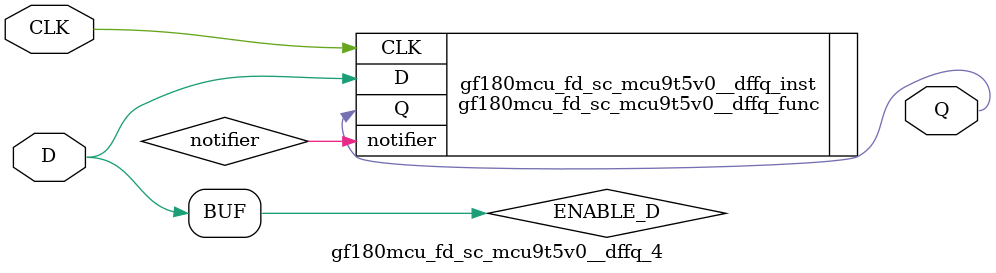
<source format=v>

`ifndef GF180MCU_FD_SC_MCU9T5V0__DFFQ_4_V
`define GF180MCU_FD_SC_MCU9T5V0__DFFQ_4_V

`include "gf180mcu_fd_sc_mcu9t5v0__dffq_func.v"

`ifdef USE_POWER_PINS
module gf180mcu_fd_sc_mcu9t5v0__dffq_4( CLK, D, Q, VDD, VSS );
inout VDD, VSS;
`else // If not USE_POWER_PINS
module gf180mcu_fd_sc_mcu9t5v0__dffq_4( CLK, D, Q );
`endif // If not USE_POWER_PINS
input CLK, D;
output Q;
reg notifier;

`ifdef USE_POWER_PINS
  gf180mcu_fd_sc_mcu9t5v0__dffq_func gf180mcu_fd_sc_mcu9t5v0__dffq_inst(.CLK(CLK),.D(D),.Q(Q),.VDD(VDD),.VSS(VSS),.notifier(notifier));
`else // If not USE_POWER_PINS
  gf180mcu_fd_sc_mcu9t5v0__dffq_func gf180mcu_fd_sc_mcu9t5v0__dffq_inst(.CLK(CLK),.D(D),.Q(Q),.notifier(notifier));
`endif // If not USE_POWER_PINS

`ifndef FUNCTIONAL
	// spec_gates_begin


	not MGM_G0(ENABLE_NOT_D,D);


	buf MGM_G1(ENABLE_D,D);


	// spec_gates_end



   specify

	// specify_block_begin

	// seq arc CLK --> Q
	(posedge CLK => (Q : D))  = (1.0,1.0);

	$width(negedge CLK &&& (ENABLE_NOT_D === 1'b1)
		,1.0,0,notifier);

	$width(posedge CLK &&& (ENABLE_NOT_D === 1'b1)
		,1.0,0,notifier);

	$width(negedge CLK &&& (ENABLE_D === 1'b1)
		,1.0,0,notifier);

	$width(posedge CLK &&& (ENABLE_D === 1'b1)
		,1.0,0,notifier);

	// hold D-HL CLK-LH
	$hold(posedge CLK,negedge D,1.0,notifier);

	// hold D-LH CLK-LH
	$hold(posedge CLK,posedge D,1.0,notifier);

	// setup D-HL CLK-LH
	$setup(negedge D,posedge CLK,1.0,notifier);

	// setup D-LH CLK-LH
	$setup(posedge D,posedge CLK,1.0,notifier);

	// mpw CLK_lh
	$width(posedge CLK,1.0,0,notifier);

	// mpw CLK_hl
	$width(negedge CLK,1.0,0,notifier);

	// period CLK
	$period(posedge CLK &&& (ENABLE_NOT_D === 1'b1)
		,1.0,notifier);

	// period CLK
	$period(posedge CLK &&& (ENABLE_D === 1'b1)
		,1.0,notifier);

	// period CLK
	$period(posedge CLK,1.0,notifier);

	// specify_block_end

   endspecify

   `endif

endmodule
`endif // GF180MCU_FD_SC_MCU9T5V0__DFFQ_4_V

</source>
